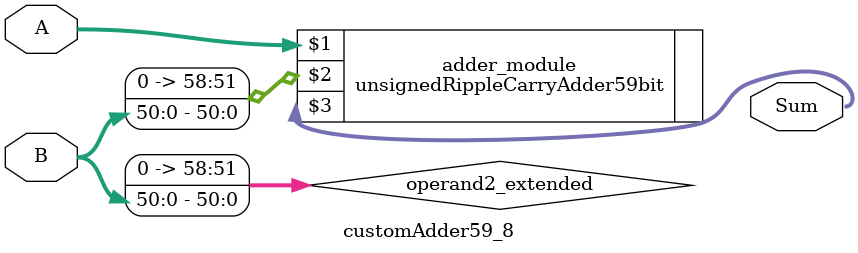
<source format=v>
module customAdder59_8(
                        input [58 : 0] A,
                        input [50 : 0] B,
                        
                        output [59 : 0] Sum
                );

        wire [58 : 0] operand2_extended;
        
        assign operand2_extended =  {8'b0, B};
        
        unsignedRippleCarryAdder59bit adder_module(
            A,
            operand2_extended,
            Sum
        );
        
        endmodule
        
</source>
